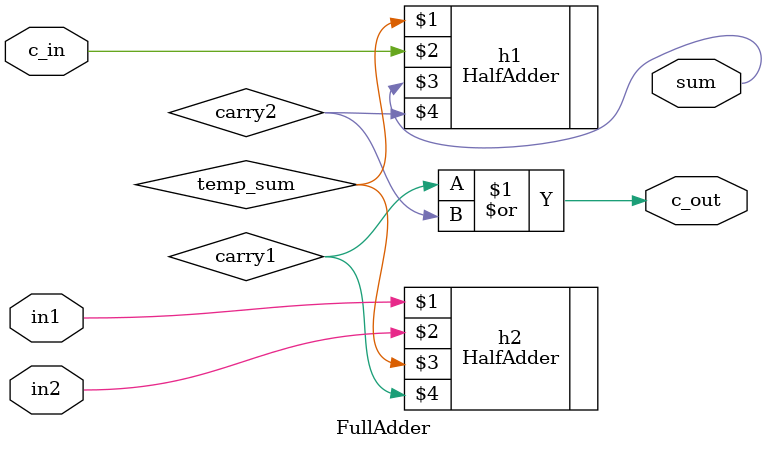
<source format=v>
`timescale 1ns / 1ps


/*
	Assignment Number: 3
	Problem Number: 1 Ripple Carry Adder
	Semester Number: 5
	Group Number: 22 
	Group Members: Nikhil Saraswat(20CS10039), Amit Kumar (20CS30003)
*/
//////////////////////////////////////////////////////////////////////////////////

module FullAdder(in1, in2, c_in, sum, c_out); //FullAdder Module
	 input in1, in2, c_in; //Inputs of FullAdder
	 output sum, c_out; //Outputs of FullAdder
	 
    wire carry1,carry2; // declaring carry1 and carry2 as wires
	wire temp_sum;      // declaring temp_sum as a wire
	 
	or (c_out, carry1, carry2);  // or gate to get the carry out
    HalfAdder h1(temp_sum, c_in, sum, carry2);  // HalfAdder module to get the sum and carry out 2
	HalfAdder h2(in1, in2, temp_sum, carry1);  // HalfAdder module to get the temp_sum and carry out 1
    
endmodule

</source>
